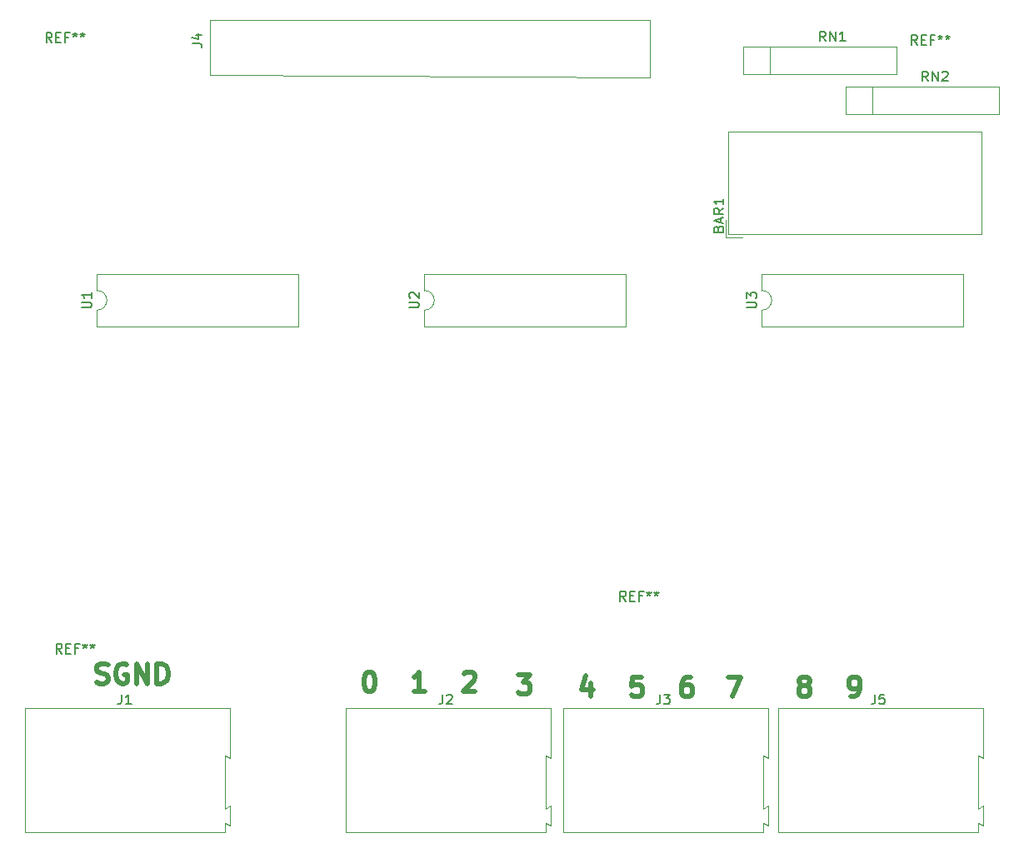
<source format=gbr>
%TF.GenerationSoftware,KiCad,Pcbnew,5.1.6-c6e7f7d~86~ubuntu18.04.1*%
%TF.CreationDate,2020-07-11T10:23:06+02:00*%
%TF.ProjectId,sboxnet-gbm,73626f78-6e65-4742-9d67-626d2e6b6963,rev?*%
%TF.SameCoordinates,Original*%
%TF.FileFunction,Legend,Top*%
%TF.FilePolarity,Positive*%
%FSLAX46Y46*%
G04 Gerber Fmt 4.6, Leading zero omitted, Abs format (unit mm)*
G04 Created by KiCad (PCBNEW 5.1.6-c6e7f7d~86~ubuntu18.04.1) date 2020-07-11 10:23:06*
%MOMM*%
%LPD*%
G01*
G04 APERTURE LIST*
%ADD10C,0.500000*%
%ADD11C,0.120000*%
%ADD12C,0.150000*%
G04 APERTURE END LIST*
D10*
X60642952Y-100834723D02*
X60928666Y-100929961D01*
X61404857Y-100929961D01*
X61595333Y-100834723D01*
X61690571Y-100739485D01*
X61785809Y-100549009D01*
X61785809Y-100358533D01*
X61690571Y-100168057D01*
X61595333Y-100072819D01*
X61404857Y-99977580D01*
X61023904Y-99882342D01*
X60833428Y-99787104D01*
X60738190Y-99691866D01*
X60642952Y-99501390D01*
X60642952Y-99310914D01*
X60738190Y-99120438D01*
X60833428Y-99025200D01*
X61023904Y-98929961D01*
X61500095Y-98929961D01*
X61785809Y-99025200D01*
X63690571Y-99025200D02*
X63500095Y-98929961D01*
X63214380Y-98929961D01*
X62928666Y-99025200D01*
X62738190Y-99215676D01*
X62642952Y-99406152D01*
X62547714Y-99787104D01*
X62547714Y-100072819D01*
X62642952Y-100453771D01*
X62738190Y-100644247D01*
X62928666Y-100834723D01*
X63214380Y-100929961D01*
X63404857Y-100929961D01*
X63690571Y-100834723D01*
X63785809Y-100739485D01*
X63785809Y-100072819D01*
X63404857Y-100072819D01*
X64642952Y-100929961D02*
X64642952Y-98929961D01*
X65785809Y-100929961D01*
X65785809Y-98929961D01*
X66738190Y-100929961D02*
X66738190Y-98929961D01*
X67214380Y-98929961D01*
X67500095Y-99025200D01*
X67690571Y-99215676D01*
X67785809Y-99406152D01*
X67881047Y-99787104D01*
X67881047Y-100072819D01*
X67785809Y-100453771D01*
X67690571Y-100644247D01*
X67500095Y-100834723D01*
X67214380Y-100929961D01*
X66738190Y-100929961D01*
X137236247Y-102250761D02*
X137617200Y-102250761D01*
X137807676Y-102155523D01*
X137902914Y-102060285D01*
X138093390Y-101774571D01*
X138188628Y-101393619D01*
X138188628Y-100631714D01*
X138093390Y-100441238D01*
X137998152Y-100346000D01*
X137807676Y-100250761D01*
X137426723Y-100250761D01*
X137236247Y-100346000D01*
X137141009Y-100441238D01*
X137045771Y-100631714D01*
X137045771Y-101107904D01*
X137141009Y-101298380D01*
X137236247Y-101393619D01*
X137426723Y-101488857D01*
X137807676Y-101488857D01*
X137998152Y-101393619D01*
X138093390Y-101298380D01*
X138188628Y-101107904D01*
X132346723Y-101107904D02*
X132156247Y-101012666D01*
X132061009Y-100917428D01*
X131965771Y-100726952D01*
X131965771Y-100631714D01*
X132061009Y-100441238D01*
X132156247Y-100346000D01*
X132346723Y-100250761D01*
X132727676Y-100250761D01*
X132918152Y-100346000D01*
X133013390Y-100441238D01*
X133108628Y-100631714D01*
X133108628Y-100726952D01*
X133013390Y-100917428D01*
X132918152Y-101012666D01*
X132727676Y-101107904D01*
X132346723Y-101107904D01*
X132156247Y-101203142D01*
X132061009Y-101298380D01*
X131965771Y-101488857D01*
X131965771Y-101869809D01*
X132061009Y-102060285D01*
X132156247Y-102155523D01*
X132346723Y-102250761D01*
X132727676Y-102250761D01*
X132918152Y-102155523D01*
X133013390Y-102060285D01*
X133108628Y-101869809D01*
X133108628Y-101488857D01*
X133013390Y-101298380D01*
X132918152Y-101203142D01*
X132727676Y-101107904D01*
X124758533Y-100250761D02*
X126091866Y-100250761D01*
X125234723Y-102250761D01*
X120980152Y-100250761D02*
X120599200Y-100250761D01*
X120408723Y-100346000D01*
X120313485Y-100441238D01*
X120123009Y-100726952D01*
X120027771Y-101107904D01*
X120027771Y-101869809D01*
X120123009Y-102060285D01*
X120218247Y-102155523D01*
X120408723Y-102250761D01*
X120789676Y-102250761D01*
X120980152Y-102155523D01*
X121075390Y-102060285D01*
X121170628Y-101869809D01*
X121170628Y-101393619D01*
X121075390Y-101203142D01*
X120980152Y-101107904D01*
X120789676Y-101012666D01*
X120408723Y-101012666D01*
X120218247Y-101107904D01*
X120123009Y-101203142D01*
X120027771Y-101393619D01*
X115995390Y-100250761D02*
X115043009Y-100250761D01*
X114947771Y-101203142D01*
X115043009Y-101107904D01*
X115233485Y-101012666D01*
X115709676Y-101012666D01*
X115900152Y-101107904D01*
X115995390Y-101203142D01*
X116090628Y-101393619D01*
X116090628Y-101869809D01*
X115995390Y-102060285D01*
X115900152Y-102155523D01*
X115709676Y-102250761D01*
X115233485Y-102250761D01*
X115043009Y-102155523D01*
X114947771Y-102060285D01*
X110820152Y-100917428D02*
X110820152Y-102250761D01*
X110343961Y-100155523D02*
X109867771Y-101584095D01*
X111105866Y-101584095D01*
X103422533Y-99996761D02*
X104660628Y-99996761D01*
X103993961Y-100758666D01*
X104279676Y-100758666D01*
X104470152Y-100853904D01*
X104565390Y-100949142D01*
X104660628Y-101139619D01*
X104660628Y-101615809D01*
X104565390Y-101806285D01*
X104470152Y-101901523D01*
X104279676Y-101996761D01*
X103708247Y-101996761D01*
X103517771Y-101901523D01*
X103422533Y-101806285D01*
X97929771Y-99933238D02*
X98025009Y-99838000D01*
X98215485Y-99742761D01*
X98691676Y-99742761D01*
X98882152Y-99838000D01*
X98977390Y-99933238D01*
X99072628Y-100123714D01*
X99072628Y-100314190D01*
X98977390Y-100599904D01*
X97834533Y-101742761D01*
X99072628Y-101742761D01*
X93992628Y-101742761D02*
X92849771Y-101742761D01*
X93421200Y-101742761D02*
X93421200Y-99742761D01*
X93230723Y-100028476D01*
X93040247Y-100218952D01*
X92849771Y-100314190D01*
X88245961Y-99742761D02*
X88436438Y-99742761D01*
X88626914Y-99838000D01*
X88722152Y-99933238D01*
X88817390Y-100123714D01*
X88912628Y-100504666D01*
X88912628Y-100980857D01*
X88817390Y-101361809D01*
X88722152Y-101552285D01*
X88626914Y-101647523D01*
X88436438Y-101742761D01*
X88245961Y-101742761D01*
X88055485Y-101647523D01*
X87960247Y-101552285D01*
X87865009Y-101361809D01*
X87769771Y-100980857D01*
X87769771Y-100504666D01*
X87865009Y-100123714D01*
X87960247Y-99933238D01*
X88055485Y-99838000D01*
X88245961Y-99742761D01*
D11*
X124538000Y-53848000D02*
X124538000Y-55548000D01*
X124538000Y-55548000D02*
X126238000Y-55548000D01*
X150508000Y-44818000D02*
X150508000Y-55258000D01*
X150508000Y-55258000D02*
X124828000Y-55258000D01*
X124828000Y-55258000D02*
X124828000Y-44818000D01*
X124828000Y-44818000D02*
X150508000Y-44818000D01*
X139446000Y-40256000D02*
X139446000Y-43056000D01*
X152316000Y-40256000D02*
X136736000Y-40256000D01*
X152316000Y-43056000D02*
X152316000Y-40256000D01*
X136736000Y-43056000D02*
X152316000Y-43056000D01*
X136736000Y-40256000D02*
X136736000Y-43056000D01*
X129032000Y-36192000D02*
X129032000Y-38992000D01*
X141902000Y-36192000D02*
X126322000Y-36192000D01*
X141902000Y-38992000D02*
X141902000Y-36192000D01*
X126322000Y-38992000D02*
X141902000Y-38992000D01*
X126322000Y-36192000D02*
X126322000Y-38992000D01*
X72136000Y-39116000D02*
X116840000Y-39370000D01*
X116840000Y-39370000D02*
X116840000Y-33528000D01*
X116840000Y-33528000D02*
X72898000Y-33528000D01*
X72898000Y-33528000D02*
X72136000Y-33528000D01*
X72136000Y-33528000D02*
X72136000Y-39116000D01*
X128210000Y-62976000D02*
X128210000Y-64626000D01*
X128210000Y-64626000D02*
X148650000Y-64626000D01*
X148650000Y-64626000D02*
X148650000Y-59326000D01*
X148650000Y-59326000D02*
X128210000Y-59326000D01*
X128210000Y-59326000D02*
X128210000Y-60976000D01*
X128210000Y-60976000D02*
G75*
G02*
X128210000Y-62976000I0J-1000000D01*
G01*
X129887200Y-103428000D02*
X150687200Y-103428000D01*
X150687200Y-103428000D02*
X150687200Y-108478000D01*
X150687200Y-108478000D02*
X150187200Y-108228000D01*
X150187200Y-108228000D02*
X150187200Y-113628000D01*
X150187200Y-113628000D02*
X150737200Y-113328000D01*
X150737200Y-113328000D02*
X150737200Y-115378000D01*
X150737200Y-115378000D02*
X150187200Y-115078000D01*
X150187200Y-115078000D02*
X150187200Y-116028000D01*
X150187200Y-116028000D02*
X129887200Y-116028000D01*
X129887200Y-116028000D02*
X129887200Y-103428000D01*
X93920000Y-62976000D02*
X93920000Y-64626000D01*
X93920000Y-64626000D02*
X114360000Y-64626000D01*
X114360000Y-64626000D02*
X114360000Y-59326000D01*
X114360000Y-59326000D02*
X93920000Y-59326000D01*
X93920000Y-59326000D02*
X93920000Y-60976000D01*
X93920000Y-60976000D02*
G75*
G02*
X93920000Y-62976000I0J-1000000D01*
G01*
X60646000Y-62976000D02*
X60646000Y-64626000D01*
X60646000Y-64626000D02*
X81086000Y-64626000D01*
X81086000Y-64626000D02*
X81086000Y-59326000D01*
X81086000Y-59326000D02*
X60646000Y-59326000D01*
X60646000Y-59326000D02*
X60646000Y-60976000D01*
X60646000Y-60976000D02*
G75*
G02*
X60646000Y-62976000I0J-1000000D01*
G01*
X108043200Y-103428000D02*
X128843200Y-103428000D01*
X128843200Y-103428000D02*
X128843200Y-108478000D01*
X128843200Y-108478000D02*
X128343200Y-108228000D01*
X128343200Y-108228000D02*
X128343200Y-113628000D01*
X128343200Y-113628000D02*
X128893200Y-113328000D01*
X128893200Y-113328000D02*
X128893200Y-115378000D01*
X128893200Y-115378000D02*
X128343200Y-115078000D01*
X128343200Y-115078000D02*
X128343200Y-116028000D01*
X128343200Y-116028000D02*
X108043200Y-116028000D01*
X108043200Y-116028000D02*
X108043200Y-103428000D01*
X85945200Y-103428000D02*
X106745200Y-103428000D01*
X106745200Y-103428000D02*
X106745200Y-108478000D01*
X106745200Y-108478000D02*
X106245200Y-108228000D01*
X106245200Y-108228000D02*
X106245200Y-113628000D01*
X106245200Y-113628000D02*
X106795200Y-113328000D01*
X106795200Y-113328000D02*
X106795200Y-115378000D01*
X106795200Y-115378000D02*
X106245200Y-115078000D01*
X106245200Y-115078000D02*
X106245200Y-116028000D01*
X106245200Y-116028000D02*
X85945200Y-116028000D01*
X85945200Y-116028000D02*
X85945200Y-103428000D01*
X53331600Y-103428000D02*
X74131600Y-103428000D01*
X74131600Y-103428000D02*
X74131600Y-108478000D01*
X74131600Y-108478000D02*
X73631600Y-108228000D01*
X73631600Y-108228000D02*
X73631600Y-113628000D01*
X73631600Y-113628000D02*
X74181600Y-113328000D01*
X74181600Y-113328000D02*
X74181600Y-115378000D01*
X74181600Y-115378000D02*
X73631600Y-115078000D01*
X73631600Y-115078000D02*
X73631600Y-116028000D01*
X73631600Y-116028000D02*
X53331600Y-116028000D01*
X53331600Y-116028000D02*
X53331600Y-103428000D01*
D12*
X123796571Y-54711333D02*
X123844190Y-54568476D01*
X123891809Y-54520857D01*
X123987047Y-54473238D01*
X124129904Y-54473238D01*
X124225142Y-54520857D01*
X124272761Y-54568476D01*
X124320380Y-54663714D01*
X124320380Y-55044666D01*
X123320380Y-55044666D01*
X123320380Y-54711333D01*
X123368000Y-54616095D01*
X123415619Y-54568476D01*
X123510857Y-54520857D01*
X123606095Y-54520857D01*
X123701333Y-54568476D01*
X123748952Y-54616095D01*
X123796571Y-54711333D01*
X123796571Y-55044666D01*
X124034666Y-54092285D02*
X124034666Y-53616095D01*
X124320380Y-54187523D02*
X123320380Y-53854190D01*
X124320380Y-53520857D01*
X124320380Y-52616095D02*
X123844190Y-52949428D01*
X124320380Y-53187523D02*
X123320380Y-53187523D01*
X123320380Y-52806571D01*
X123368000Y-52711333D01*
X123415619Y-52663714D01*
X123510857Y-52616095D01*
X123653714Y-52616095D01*
X123748952Y-52663714D01*
X123796571Y-52711333D01*
X123844190Y-52806571D01*
X123844190Y-53187523D01*
X124320380Y-51663714D02*
X124320380Y-52235142D01*
X124320380Y-51949428D02*
X123320380Y-51949428D01*
X123463238Y-52044666D01*
X123558476Y-52139904D01*
X123606095Y-52235142D01*
X145105523Y-39708380D02*
X144772190Y-39232190D01*
X144534095Y-39708380D02*
X144534095Y-38708380D01*
X144915047Y-38708380D01*
X145010285Y-38756000D01*
X145057904Y-38803619D01*
X145105523Y-38898857D01*
X145105523Y-39041714D01*
X145057904Y-39136952D01*
X145010285Y-39184571D01*
X144915047Y-39232190D01*
X144534095Y-39232190D01*
X145534095Y-39708380D02*
X145534095Y-38708380D01*
X146105523Y-39708380D01*
X146105523Y-38708380D01*
X146534095Y-38803619D02*
X146581714Y-38756000D01*
X146676952Y-38708380D01*
X146915047Y-38708380D01*
X147010285Y-38756000D01*
X147057904Y-38803619D01*
X147105523Y-38898857D01*
X147105523Y-38994095D01*
X147057904Y-39136952D01*
X146486476Y-39708380D01*
X147105523Y-39708380D01*
X134691523Y-35644380D02*
X134358190Y-35168190D01*
X134120095Y-35644380D02*
X134120095Y-34644380D01*
X134501047Y-34644380D01*
X134596285Y-34692000D01*
X134643904Y-34739619D01*
X134691523Y-34834857D01*
X134691523Y-34977714D01*
X134643904Y-35072952D01*
X134596285Y-35120571D01*
X134501047Y-35168190D01*
X134120095Y-35168190D01*
X135120095Y-35644380D02*
X135120095Y-34644380D01*
X135691523Y-35644380D01*
X135691523Y-34644380D01*
X136691523Y-35644380D02*
X136120095Y-35644380D01*
X136405809Y-35644380D02*
X136405809Y-34644380D01*
X136310571Y-34787238D01*
X136215333Y-34882476D01*
X136120095Y-34930095D01*
X70318380Y-35893333D02*
X71032666Y-35893333D01*
X71175523Y-35940952D01*
X71270761Y-36036190D01*
X71318380Y-36179047D01*
X71318380Y-36274285D01*
X70651714Y-34988571D02*
X71318380Y-34988571D01*
X70270761Y-35226666D02*
X70985047Y-35464761D01*
X70985047Y-34845714D01*
X126662380Y-62737904D02*
X127471904Y-62737904D01*
X127567142Y-62690285D01*
X127614761Y-62642666D01*
X127662380Y-62547428D01*
X127662380Y-62356952D01*
X127614761Y-62261714D01*
X127567142Y-62214095D01*
X127471904Y-62166476D01*
X126662380Y-62166476D01*
X126662380Y-61785523D02*
X126662380Y-61166476D01*
X127043333Y-61499809D01*
X127043333Y-61356952D01*
X127090952Y-61261714D01*
X127138571Y-61214095D01*
X127233809Y-61166476D01*
X127471904Y-61166476D01*
X127567142Y-61214095D01*
X127614761Y-61261714D01*
X127662380Y-61356952D01*
X127662380Y-61642666D01*
X127614761Y-61737904D01*
X127567142Y-61785523D01*
X144005466Y-36012380D02*
X143672133Y-35536190D01*
X143434038Y-36012380D02*
X143434038Y-35012380D01*
X143814990Y-35012380D01*
X143910228Y-35060000D01*
X143957847Y-35107619D01*
X144005466Y-35202857D01*
X144005466Y-35345714D01*
X143957847Y-35440952D01*
X143910228Y-35488571D01*
X143814990Y-35536190D01*
X143434038Y-35536190D01*
X144434038Y-35488571D02*
X144767371Y-35488571D01*
X144910228Y-36012380D02*
X144434038Y-36012380D01*
X144434038Y-35012380D01*
X144910228Y-35012380D01*
X145672133Y-35488571D02*
X145338800Y-35488571D01*
X145338800Y-36012380D02*
X145338800Y-35012380D01*
X145814990Y-35012380D01*
X146338800Y-35012380D02*
X146338800Y-35250476D01*
X146100704Y-35155238D02*
X146338800Y-35250476D01*
X146576895Y-35155238D01*
X146195942Y-35440952D02*
X146338800Y-35250476D01*
X146481657Y-35440952D01*
X147100704Y-35012380D02*
X147100704Y-35250476D01*
X146862609Y-35155238D02*
X147100704Y-35250476D01*
X147338800Y-35155238D01*
X146957847Y-35440952D02*
X147100704Y-35250476D01*
X147243561Y-35440952D01*
X114389066Y-92552780D02*
X114055733Y-92076590D01*
X113817638Y-92552780D02*
X113817638Y-91552780D01*
X114198590Y-91552780D01*
X114293828Y-91600400D01*
X114341447Y-91648019D01*
X114389066Y-91743257D01*
X114389066Y-91886114D01*
X114341447Y-91981352D01*
X114293828Y-92028971D01*
X114198590Y-92076590D01*
X113817638Y-92076590D01*
X114817638Y-92028971D02*
X115150971Y-92028971D01*
X115293828Y-92552780D02*
X114817638Y-92552780D01*
X114817638Y-91552780D01*
X115293828Y-91552780D01*
X116055733Y-92028971D02*
X115722400Y-92028971D01*
X115722400Y-92552780D02*
X115722400Y-91552780D01*
X116198590Y-91552780D01*
X116722400Y-91552780D02*
X116722400Y-91790876D01*
X116484304Y-91695638D02*
X116722400Y-91790876D01*
X116960495Y-91695638D01*
X116579542Y-91981352D02*
X116722400Y-91790876D01*
X116865257Y-91981352D01*
X117484304Y-91552780D02*
X117484304Y-91790876D01*
X117246209Y-91695638D02*
X117484304Y-91790876D01*
X117722400Y-91695638D01*
X117341447Y-91981352D02*
X117484304Y-91790876D01*
X117627161Y-91981352D01*
X57086666Y-97886780D02*
X56753333Y-97410590D01*
X56515238Y-97886780D02*
X56515238Y-96886780D01*
X56896190Y-96886780D01*
X56991428Y-96934400D01*
X57039047Y-96982019D01*
X57086666Y-97077257D01*
X57086666Y-97220114D01*
X57039047Y-97315352D01*
X56991428Y-97362971D01*
X56896190Y-97410590D01*
X56515238Y-97410590D01*
X57515238Y-97362971D02*
X57848571Y-97362971D01*
X57991428Y-97886780D02*
X57515238Y-97886780D01*
X57515238Y-96886780D01*
X57991428Y-96886780D01*
X58753333Y-97362971D02*
X58420000Y-97362971D01*
X58420000Y-97886780D02*
X58420000Y-96886780D01*
X58896190Y-96886780D01*
X59420000Y-96886780D02*
X59420000Y-97124876D01*
X59181904Y-97029638D02*
X59420000Y-97124876D01*
X59658095Y-97029638D01*
X59277142Y-97315352D02*
X59420000Y-97124876D01*
X59562857Y-97315352D01*
X60181904Y-96886780D02*
X60181904Y-97124876D01*
X59943809Y-97029638D02*
X60181904Y-97124876D01*
X60420000Y-97029638D01*
X60039047Y-97315352D02*
X60181904Y-97124876D01*
X60324761Y-97315352D01*
X56070666Y-35758380D02*
X55737333Y-35282190D01*
X55499238Y-35758380D02*
X55499238Y-34758380D01*
X55880190Y-34758380D01*
X55975428Y-34806000D01*
X56023047Y-34853619D01*
X56070666Y-34948857D01*
X56070666Y-35091714D01*
X56023047Y-35186952D01*
X55975428Y-35234571D01*
X55880190Y-35282190D01*
X55499238Y-35282190D01*
X56499238Y-35234571D02*
X56832571Y-35234571D01*
X56975428Y-35758380D02*
X56499238Y-35758380D01*
X56499238Y-34758380D01*
X56975428Y-34758380D01*
X57737333Y-35234571D02*
X57404000Y-35234571D01*
X57404000Y-35758380D02*
X57404000Y-34758380D01*
X57880190Y-34758380D01*
X58404000Y-34758380D02*
X58404000Y-34996476D01*
X58165904Y-34901238D02*
X58404000Y-34996476D01*
X58642095Y-34901238D01*
X58261142Y-35186952D02*
X58404000Y-34996476D01*
X58546857Y-35186952D01*
X59165904Y-34758380D02*
X59165904Y-34996476D01*
X58927809Y-34901238D02*
X59165904Y-34996476D01*
X59404000Y-34901238D01*
X59023047Y-35186952D02*
X59165904Y-34996476D01*
X59308761Y-35186952D01*
X139703866Y-102030380D02*
X139703866Y-102744666D01*
X139656247Y-102887523D01*
X139561009Y-102982761D01*
X139418152Y-103030380D01*
X139322914Y-103030380D01*
X140656247Y-102030380D02*
X140180057Y-102030380D01*
X140132438Y-102506571D01*
X140180057Y-102458952D01*
X140275295Y-102411333D01*
X140513390Y-102411333D01*
X140608628Y-102458952D01*
X140656247Y-102506571D01*
X140703866Y-102601809D01*
X140703866Y-102839904D01*
X140656247Y-102935142D01*
X140608628Y-102982761D01*
X140513390Y-103030380D01*
X140275295Y-103030380D01*
X140180057Y-102982761D01*
X140132438Y-102935142D01*
X92372380Y-62737904D02*
X93181904Y-62737904D01*
X93277142Y-62690285D01*
X93324761Y-62642666D01*
X93372380Y-62547428D01*
X93372380Y-62356952D01*
X93324761Y-62261714D01*
X93277142Y-62214095D01*
X93181904Y-62166476D01*
X92372380Y-62166476D01*
X92467619Y-61737904D02*
X92420000Y-61690285D01*
X92372380Y-61595047D01*
X92372380Y-61356952D01*
X92420000Y-61261714D01*
X92467619Y-61214095D01*
X92562857Y-61166476D01*
X92658095Y-61166476D01*
X92800952Y-61214095D01*
X93372380Y-61785523D01*
X93372380Y-61166476D01*
X59098380Y-62737904D02*
X59907904Y-62737904D01*
X60003142Y-62690285D01*
X60050761Y-62642666D01*
X60098380Y-62547428D01*
X60098380Y-62356952D01*
X60050761Y-62261714D01*
X60003142Y-62214095D01*
X59907904Y-62166476D01*
X59098380Y-62166476D01*
X60098380Y-61166476D02*
X60098380Y-61737904D01*
X60098380Y-61452190D02*
X59098380Y-61452190D01*
X59241238Y-61547428D01*
X59336476Y-61642666D01*
X59384095Y-61737904D01*
X117859866Y-102030380D02*
X117859866Y-102744666D01*
X117812247Y-102887523D01*
X117717009Y-102982761D01*
X117574152Y-103030380D01*
X117478914Y-103030380D01*
X118240819Y-102030380D02*
X118859866Y-102030380D01*
X118526533Y-102411333D01*
X118669390Y-102411333D01*
X118764628Y-102458952D01*
X118812247Y-102506571D01*
X118859866Y-102601809D01*
X118859866Y-102839904D01*
X118812247Y-102935142D01*
X118764628Y-102982761D01*
X118669390Y-103030380D01*
X118383676Y-103030380D01*
X118288438Y-102982761D01*
X118240819Y-102935142D01*
X95761866Y-102030380D02*
X95761866Y-102744666D01*
X95714247Y-102887523D01*
X95619009Y-102982761D01*
X95476152Y-103030380D01*
X95380914Y-103030380D01*
X96190438Y-102125619D02*
X96238057Y-102078000D01*
X96333295Y-102030380D01*
X96571390Y-102030380D01*
X96666628Y-102078000D01*
X96714247Y-102125619D01*
X96761866Y-102220857D01*
X96761866Y-102316095D01*
X96714247Y-102458952D01*
X96142819Y-103030380D01*
X96761866Y-103030380D01*
X63148266Y-102030380D02*
X63148266Y-102744666D01*
X63100647Y-102887523D01*
X63005409Y-102982761D01*
X62862552Y-103030380D01*
X62767314Y-103030380D01*
X64148266Y-103030380D02*
X63576838Y-103030380D01*
X63862552Y-103030380D02*
X63862552Y-102030380D01*
X63767314Y-102173238D01*
X63672076Y-102268476D01*
X63576838Y-102316095D01*
M02*

</source>
